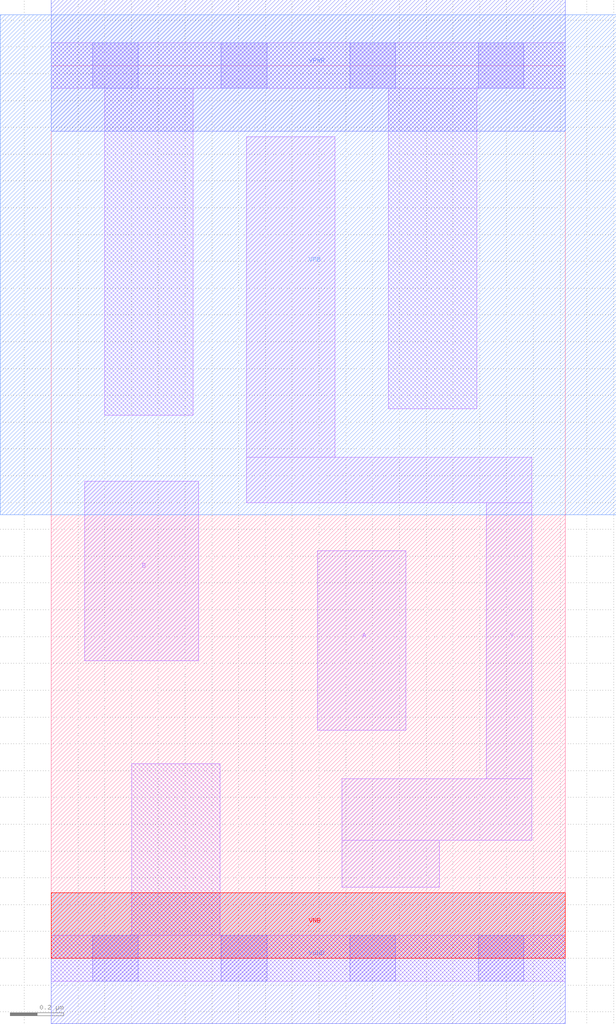
<source format=lef>
# Copyright 2020 The SkyWater PDK Authors
#
# Licensed under the Apache License, Version 2.0 (the "License");
# you may not use this file except in compliance with the License.
# You may obtain a copy of the License at
#
#     https://www.apache.org/licenses/LICENSE-2.0
#
# Unless required by applicable law or agreed to in writing, software
# distributed under the License is distributed on an "AS IS" BASIS,
# WITHOUT WARRANTIES OR CONDITIONS OF ANY KIND, either express or implied.
# See the License for the specific language governing permissions and
# limitations under the License.
#
# SPDX-License-Identifier: Apache-2.0

VERSION 5.7 ;
  NOWIREEXTENSIONATPIN ON ;
  DIVIDERCHAR "/" ;
  BUSBITCHARS "[]" ;
MACRO sky130_fd_sc_lp__nand2_lp2
  CLASS CORE ;
  FOREIGN sky130_fd_sc_lp__nand2_lp2 ;
  ORIGIN  0.000000  0.000000 ;
  SIZE  1.920000 BY  3.330000 ;
  SYMMETRY X Y R90 ;
  SITE unit ;
  PIN A
    ANTENNAGATEAREA  0.313000 ;
    DIRECTION INPUT ;
    USE SIGNAL ;
    PORT
      LAYER li1 ;
        RECT 0.995000 0.850000 1.325000 1.520000 ;
    END
  END A
  PIN B
    ANTENNAGATEAREA  0.313000 ;
    DIRECTION INPUT ;
    USE SIGNAL ;
    PORT
      LAYER li1 ;
        RECT 0.125000 1.110000 0.550000 1.780000 ;
    END
  END B
  PIN Y
    ANTENNADIFFAREA  0.399700 ;
    DIRECTION OUTPUT ;
    USE SIGNAL ;
    PORT
      LAYER li1 ;
        RECT 0.730000 1.700000 1.795000 1.870000 ;
        RECT 0.730000 1.870000 1.060000 3.065000 ;
        RECT 1.085000 0.265000 1.450000 0.440000 ;
        RECT 1.085000 0.440000 1.795000 0.670000 ;
        RECT 1.625000 0.670000 1.795000 1.700000 ;
    END
  END Y
  PIN VGND
    DIRECTION INOUT ;
    USE GROUND ;
    PORT
      LAYER met1 ;
        RECT 0.000000 -0.245000 1.920000 0.245000 ;
    END
  END VGND
  PIN VNB
    DIRECTION INOUT ;
    USE GROUND ;
    PORT
      LAYER pwell ;
        RECT 0.000000 0.000000 1.920000 0.245000 ;
    END
  END VNB
  PIN VPB
    DIRECTION INOUT ;
    USE POWER ;
    PORT
      LAYER nwell ;
        RECT -0.190000 1.655000 2.110000 3.520000 ;
    END
  END VPB
  PIN VPWR
    DIRECTION INOUT ;
    USE POWER ;
    PORT
      LAYER met1 ;
        RECT 0.000000 3.085000 1.920000 3.575000 ;
    END
  END VPWR
  OBS
    LAYER li1 ;
      RECT 0.000000 -0.085000 1.920000 0.085000 ;
      RECT 0.000000  3.245000 1.920000 3.415000 ;
      RECT 0.200000  2.025000 0.530000 3.245000 ;
      RECT 0.300000  0.085000 0.630000 0.725000 ;
      RECT 1.260000  2.050000 1.590000 3.245000 ;
    LAYER mcon ;
      RECT 0.155000 -0.085000 0.325000 0.085000 ;
      RECT 0.155000  3.245000 0.325000 3.415000 ;
      RECT 0.635000 -0.085000 0.805000 0.085000 ;
      RECT 0.635000  3.245000 0.805000 3.415000 ;
      RECT 1.115000 -0.085000 1.285000 0.085000 ;
      RECT 1.115000  3.245000 1.285000 3.415000 ;
      RECT 1.595000 -0.085000 1.765000 0.085000 ;
      RECT 1.595000  3.245000 1.765000 3.415000 ;
  END
END sky130_fd_sc_lp__nand2_lp2
END LIBRARY

</source>
